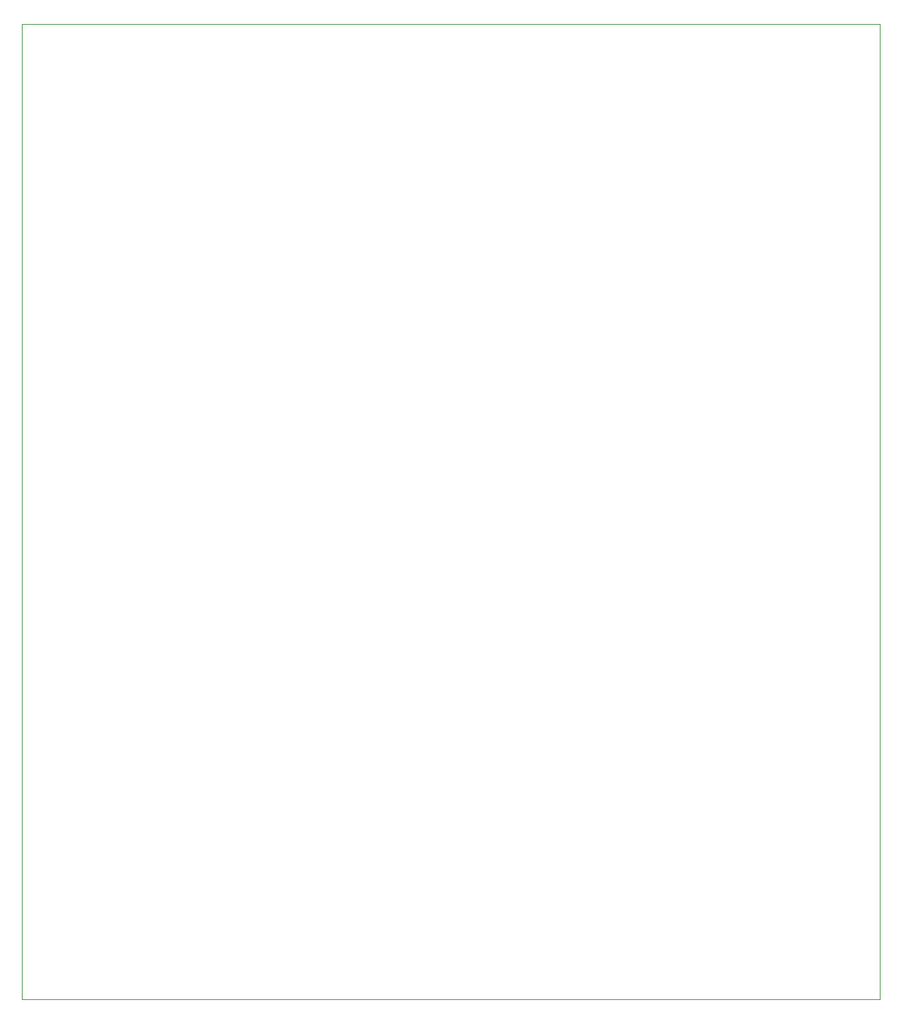
<source format=gbr>
%TF.GenerationSoftware,KiCad,Pcbnew,(5.1.6)-1*%
%TF.CreationDate,2021-11-19T15:30:09+01:00*%
%TF.ProjectId,FoxRobot,466f7852-6f62-46f7-942e-6b696361645f,V01*%
%TF.SameCoordinates,Original*%
%TF.FileFunction,Profile,NP*%
%FSLAX46Y46*%
G04 Gerber Fmt 4.6, Leading zero omitted, Abs format (unit mm)*
G04 Created by KiCad (PCBNEW (5.1.6)-1) date 2021-11-19 15:30:09*
%MOMM*%
%LPD*%
G01*
G04 APERTURE LIST*
%TA.AperFunction,Profile*%
%ADD10C,0.050000*%
%TD*%
G04 APERTURE END LIST*
D10*
X12700000Y-128270000D02*
X115570000Y-128270000D01*
X12700000Y-11430000D02*
X12700000Y-128270000D01*
X115570000Y-11430000D02*
X12700000Y-11430000D01*
X115570000Y-128270000D02*
X115570000Y-11430000D01*
M02*

</source>
